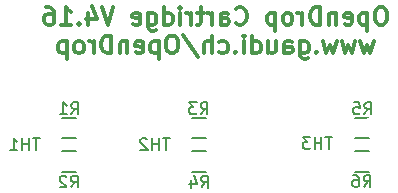
<source format=gbr>
*
%FSLAX26Y26*%
%MOIN*%
%ADD10C,0.011811*%
%ADD11C,0.005906*%
%ADD12C,0.005010*%
%ADD13R,0.028748X0.028748*%
%ADD14C,0.049550*%
%ADD15C,0.049500*%
%ADD16C,0.049525*%
%ADD17R,0.033158X0.033158*%
%ADD18C,0.005039*%
%ADD19R,0.005039X0.005039*%
%ADD20R,0.022449X0.022449*%
%ADD21C,0.002362*%
%ADD22R,0.002362X0.002362*%
%ADD23R,0.041346X0.041346*%
%ADD24C,0.003150*%
%ADD25R,0.003150X0.003150*%
%ADD26C,0.041925*%
%ADD27C,0.017906*%
%ADD28C,0.016000*%
%ADD29R,0.025748X0.025748*%
%ADD30C,0.088835*%
%ADD31C,0.001000*%
%ADD32C,0.002000*%
%IPPOS*%
%LNgbo.gbr*%
%LPD*%
G75*
G54D10*
X2171102Y1995779D02*
X2159853D01*
X2154229Y1992967D01*
X2148605Y1987343D01*
X2145793Y1976094D01*
Y1956409D01*
X2148605Y1945160D01*
X2154229Y1939536D01*
X2159853Y1936724D01*
X2171102D01*
X2176726Y1939536D01*
X2182350Y1945160D01*
X2185163Y1956409D01*
Y1976094D01*
X2182350Y1987343D01*
X2176726Y1992967D01*
X2171102Y1995779D01*
X2120483Y1976094D02*
Y1917039D01*
Y1973282D02*
X2114859Y1976094D01*
X2103610D01*
X2097986Y1973282D01*
X2095174Y1970470D01*
X2092362Y1964845D01*
Y1947973D01*
X2095174Y1942348D01*
X2097986Y1939536D01*
X2103610Y1936724D01*
X2114859D01*
X2120483Y1939536D01*
X2044555D02*
X2050179Y1936724D01*
X2061428D01*
X2067052Y1939536D01*
X2069864Y1945160D01*
Y1967658D01*
X2067052Y1973282D01*
X2061428Y1976094D01*
X2050179D01*
X2044555Y1973282D01*
X2041743Y1967658D01*
Y1962033D01*
X2069864Y1956409D01*
X2016434Y1976094D02*
Y1936724D01*
Y1970470D02*
X2013622Y1973282D01*
X2007997Y1976094D01*
X1999561D01*
X1993937Y1973282D01*
X1991124Y1967658D01*
Y1936724D01*
X1963003D02*
Y1995779D01*
X1948942D01*
X1940506Y1992967D01*
X1934881Y1987343D01*
X1932069Y1981718D01*
X1929257Y1970470D01*
Y1962033D01*
X1932069Y1950785D01*
X1934881Y1945160D01*
X1940506Y1939536D01*
X1948942Y1936724D01*
X1963003D01*
X1903948D02*
Y1976094D01*
Y1964845D02*
X1901136Y1970470D01*
X1898323Y1973282D01*
X1892699Y1976094D01*
X1887075D01*
X1858953Y1936724D02*
X1864578Y1939536D01*
X1867390Y1942348D01*
X1870202Y1947973D01*
Y1964845D01*
X1867390Y1970470D01*
X1864578Y1973282D01*
X1858953Y1976094D01*
X1850517D01*
X1844893Y1973282D01*
X1842081Y1970470D01*
X1839268Y1964845D01*
Y1947973D01*
X1842081Y1942348D01*
X1844893Y1939536D01*
X1850517Y1936724D01*
X1858953D01*
X1813959Y1976094D02*
Y1917039D01*
Y1973282D02*
X1808335Y1976094D01*
X1797086D01*
X1791462Y1973282D01*
X1788650Y1970470D01*
X1785838Y1964845D01*
Y1947973D01*
X1788650Y1942348D01*
X1791462Y1939536D01*
X1797086Y1936724D01*
X1808335D01*
X1813959Y1939536D01*
X1681788Y1942348D02*
X1684600Y1939536D01*
X1693037Y1936724D01*
X1698661D01*
X1707097Y1939536D01*
X1712722Y1945160D01*
X1715534Y1950785D01*
X1718346Y1962033D01*
Y1970470D01*
X1715534Y1981718D01*
X1712722Y1987343D01*
X1707097Y1992967D01*
X1698661Y1995779D01*
X1693037D01*
X1684600Y1992967D01*
X1681788Y1990155D01*
X1631169Y1936724D02*
Y1967658D01*
X1633981Y1973282D01*
X1639606Y1976094D01*
X1650854D01*
X1656479Y1973282D01*
X1631169Y1939536D02*
X1636794Y1936724D01*
X1650854D01*
X1656479Y1939536D01*
X1659291Y1945160D01*
Y1950785D01*
X1656479Y1956409D01*
X1650854Y1959221D01*
X1636794D01*
X1631169Y1962033D01*
X1603048Y1936724D02*
Y1976094D01*
Y1964845D02*
X1600236Y1970470D01*
X1597424Y1973282D01*
X1591799Y1976094D01*
X1586175D01*
X1574926D02*
X1552429D01*
X1566490Y1995779D02*
Y1945160D01*
X1563678Y1939536D01*
X1558053Y1936724D01*
X1552429D01*
X1532744D02*
Y1976094D01*
Y1964845D02*
X1529932Y1970470D01*
X1527120Y1973282D01*
X1521496Y1976094D01*
X1515871D01*
X1496186Y1936724D02*
Y1976094D01*
Y1995779D02*
X1498998Y1992967D01*
X1496186Y1990155D01*
X1493374Y1992967D01*
X1496186Y1995779D01*
Y1990155D01*
X1442755Y1936724D02*
Y1995779D01*
Y1939536D02*
X1448380Y1936724D01*
X1459628D01*
X1465253Y1939536D01*
X1468065Y1942348D01*
X1470877Y1947973D01*
Y1964845D01*
X1468065Y1970470D01*
X1465253Y1973282D01*
X1459628Y1976094D01*
X1448380D01*
X1442755Y1973282D01*
X1389325Y1976094D02*
Y1928288D01*
X1392137Y1922663D01*
X1394949Y1919851D01*
X1400573Y1917039D01*
X1409010D01*
X1414634Y1919851D01*
X1389325Y1939536D02*
X1394949Y1936724D01*
X1406197D01*
X1411822Y1939536D01*
X1414634Y1942348D01*
X1417446Y1947973D01*
Y1964845D01*
X1414634Y1970470D01*
X1411822Y1973282D01*
X1406197Y1976094D01*
X1394949D01*
X1389325Y1973282D01*
X1338706Y1939536D02*
X1344330Y1936724D01*
X1355579D01*
X1361203Y1939536D01*
X1364015Y1945160D01*
Y1967658D01*
X1361203Y1973282D01*
X1355579Y1976094D01*
X1344330D01*
X1338706Y1973282D01*
X1335894Y1967658D01*
Y1962033D01*
X1364015Y1956409D01*
X1274026Y1995779D02*
X1254341Y1936724D01*
X1234656Y1995779D01*
X1189662Y1976094D02*
Y1936724D01*
X1203723Y1998591D02*
X1217783Y1956409D01*
X1181226D01*
X1158728Y1942348D02*
X1155916Y1939536D01*
X1158728Y1936724D01*
X1161541Y1939536D01*
X1158728Y1942348D01*
Y1936724D01*
X1099673D02*
X1133419D01*
X1116546D02*
Y1995779D01*
X1122170Y1987343D01*
X1127795Y1981718D01*
X1133419Y1978906D01*
X2141574Y1881015D02*
X2130326Y1841645D01*
X2119077Y1869767D01*
X2107829Y1841645D01*
X2096580Y1881015D01*
X2079707D02*
X2068458Y1841645D01*
X2057210Y1869767D01*
X2045961Y1841645D01*
X2034713Y1881015D01*
X2017840D02*
X2006591Y1841645D01*
X1995343Y1869767D01*
X1984094Y1841645D01*
X1972845Y1881015D01*
X1950348Y1847269D02*
X1947536Y1844457D01*
X1950348Y1841645D01*
X1953160Y1844457D01*
X1950348Y1847269D01*
Y1841645D01*
X1896917Y1881015D02*
Y1833209D01*
X1899730Y1827584D01*
X1902542Y1824772D01*
X1908166Y1821960D01*
X1916602D01*
X1922227Y1824772D01*
X1896917Y1844457D02*
X1902542Y1841645D01*
X1913790D01*
X1919415Y1844457D01*
X1922227Y1847269D01*
X1925039Y1852894D01*
Y1869767D01*
X1922227Y1875391D01*
X1919415Y1878203D01*
X1913790Y1881015D01*
X1902542D01*
X1896917Y1878203D01*
X1843487Y1841645D02*
Y1872579D01*
X1846299Y1878203D01*
X1851923Y1881015D01*
X1863172D01*
X1868796Y1878203D01*
X1843487Y1844457D02*
X1849111Y1841645D01*
X1863172D01*
X1868796Y1844457D01*
X1871608Y1850082D01*
Y1855706D01*
X1868796Y1861330D01*
X1863172Y1864142D01*
X1849111D01*
X1843487Y1866955D01*
X1790056Y1881015D02*
Y1841645D01*
X1815365Y1881015D02*
Y1850082D01*
X1812553Y1844457D01*
X1806929Y1841645D01*
X1798492D01*
X1792868Y1844457D01*
X1790056Y1847269D01*
X1736625Y1841645D02*
Y1900700D01*
Y1844457D02*
X1742249Y1841645D01*
X1753498D01*
X1759122Y1844457D01*
X1761934Y1847269D01*
X1764746Y1852894D01*
Y1869767D01*
X1761934Y1875391D01*
X1759122Y1878203D01*
X1753498Y1881015D01*
X1742249D01*
X1736625Y1878203D01*
X1708503Y1841645D02*
Y1881015D01*
Y1900700D02*
X1711316Y1897888D01*
X1708503Y1895076D01*
X1705691Y1897888D01*
X1708503Y1900700D01*
Y1895076D01*
X1680382Y1847269D02*
X1677570Y1844457D01*
X1680382Y1841645D01*
X1683194Y1844457D01*
X1680382Y1847269D01*
Y1841645D01*
X1626951Y1844457D02*
X1632575Y1841645D01*
X1643824D01*
X1649448Y1844457D01*
X1652260Y1847269D01*
X1655073Y1852894D01*
Y1869767D01*
X1652260Y1875391D01*
X1649448Y1878203D01*
X1643824Y1881015D01*
X1632575D01*
X1626951Y1878203D01*
X1601642Y1841645D02*
Y1900700D01*
X1576332Y1841645D02*
Y1872579D01*
X1579145Y1878203D01*
X1584769Y1881015D01*
X1593205D01*
X1598830Y1878203D01*
X1601642Y1875391D01*
X1506029Y1903513D02*
X1556647Y1827584D01*
X1475095Y1900700D02*
X1463846D01*
X1458222Y1897888D01*
X1452598Y1892264D01*
X1449786Y1881015D01*
Y1861330D01*
X1452598Y1850082D01*
X1458222Y1844457D01*
X1463846Y1841645D01*
X1475095D01*
X1480719Y1844457D01*
X1486344Y1850082D01*
X1489156Y1861330D01*
Y1881015D01*
X1486344Y1892264D01*
X1480719Y1897888D01*
X1475095Y1900700D01*
X1424476Y1881015D02*
Y1821960D01*
Y1878203D02*
X1418852Y1881015D01*
X1407604D01*
X1401979Y1878203D01*
X1399167Y1875391D01*
X1396355Y1869767D01*
Y1852894D01*
X1399167Y1847269D01*
X1401979Y1844457D01*
X1407604Y1841645D01*
X1418852D01*
X1424476Y1844457D01*
X1348548D02*
X1354173Y1841645D01*
X1365421D01*
X1371046Y1844457D01*
X1373858Y1850082D01*
Y1872579D01*
X1371046Y1878203D01*
X1365421Y1881015D01*
X1354173D01*
X1348548Y1878203D01*
X1345736Y1872579D01*
Y1866955D01*
X1373858Y1861330D01*
X1320427Y1881015D02*
Y1841645D01*
Y1875391D02*
X1317615Y1878203D01*
X1311990Y1881015D01*
X1303554D01*
X1297930Y1878203D01*
X1295118Y1872579D01*
Y1841645D01*
X1266996D02*
Y1900700D01*
X1252935D01*
X1244499Y1897888D01*
X1238875Y1892264D01*
X1236063Y1886640D01*
X1233250Y1875391D01*
Y1866955D01*
X1236063Y1855706D01*
X1238875Y1850082D01*
X1244499Y1844457D01*
X1252935Y1841645D01*
X1266996D01*
X1207941D02*
Y1881015D01*
Y1869767D02*
X1205129Y1875391D01*
X1202317Y1878203D01*
X1196692Y1881015D01*
X1191068D01*
X1162947Y1841645D02*
X1168571Y1844457D01*
X1171383Y1847269D01*
X1174195Y1852894D01*
Y1869767D01*
X1171383Y1875391D01*
X1168571Y1878203D01*
X1162947Y1881015D01*
X1154510D01*
X1148886Y1878203D01*
X1146074Y1875391D01*
X1143262Y1869767D01*
Y1852894D01*
X1146074Y1847269D01*
X1148886Y1844457D01*
X1154510Y1841645D01*
X1162947D01*
X1117952Y1881015D02*
Y1821960D01*
Y1878203D02*
X1112328Y1881015D01*
X1101079D01*
X1095455Y1878203D01*
X1092643Y1875391D01*
X1089831Y1869767D01*
Y1852894D01*
X1092643Y1847269D01*
X1095455Y1844457D01*
X1101079Y1841645D01*
X1112328D01*
X1117952Y1844457D01*
G54D11*
X1027907Y1557932D02*
X1005410D01*
X1016659Y1518562D02*
Y1557932D01*
X992287Y1518562D02*
Y1557932D01*
Y1539185D02*
X969789D01*
Y1518562D02*
Y1557932D01*
X930419Y1518562D02*
X952917D01*
X941668D02*
Y1557932D01*
X945418Y1552308D01*
X949167Y1548558D01*
X952917Y1546684D01*
X1133653Y1638247D02*
X1146777Y1656995D01*
X1156151Y1638247D02*
Y1677617D01*
X1141152D01*
X1137403Y1675743D01*
X1135528Y1673868D01*
X1133653Y1670118D01*
Y1664494D01*
X1135528Y1660744D01*
X1137403Y1658870D01*
X1141152Y1656995D01*
X1156151D01*
X1096158Y1638247D02*
X1118655D01*
X1107407D02*
Y1677617D01*
X1111156Y1671993D01*
X1114906Y1668244D01*
X1118655Y1666369D01*
X1132275Y1394546D02*
X1145399Y1413294D01*
X1154773Y1394546D02*
Y1433917D01*
X1139775D01*
X1136025Y1432042D01*
X1134150Y1430167D01*
X1132275Y1426417D01*
Y1420793D01*
X1134150Y1417044D01*
X1136025Y1415169D01*
X1139775Y1413294D01*
X1154773D01*
X1117277Y1430167D02*
X1115403Y1432042D01*
X1111653Y1433917D01*
X1102279D01*
X1098530Y1432042D01*
X1096655Y1430167D01*
X1094780Y1426417D01*
Y1422668D01*
X1096655Y1417044D01*
X1119152Y1394546D01*
X1094780D01*
X1564559Y1638641D02*
X1577682Y1657389D01*
X1587056Y1638641D02*
Y1678011D01*
X1572058D01*
X1568308Y1676136D01*
X1566434Y1674261D01*
X1564559Y1670512D01*
Y1664888D01*
X1566434Y1661138D01*
X1568308Y1659263D01*
X1572058Y1657389D01*
X1587056D01*
X1551436Y1678011D02*
X1527064D01*
X1540187Y1663013D01*
X1534563D01*
X1530813Y1661138D01*
X1528938Y1659263D01*
X1527064Y1655514D01*
Y1646140D01*
X1528938Y1642390D01*
X1530813Y1640516D01*
X1534563Y1638641D01*
X1545811D01*
X1549561Y1640516D01*
X1551436Y1642390D01*
X1566134Y1394153D02*
X1579257Y1412900D01*
X1588631Y1394153D02*
Y1433523D01*
X1573633D01*
X1569883Y1431648D01*
X1568008Y1429773D01*
X1566134Y1426024D01*
Y1420399D01*
X1568008Y1416650D01*
X1569883Y1414775D01*
X1573633Y1412900D01*
X1588631D01*
X1532388Y1420399D02*
Y1394153D01*
X1541762Y1435398D02*
X1551136Y1407276D01*
X1526764D01*
X2110622Y1638247D02*
X2123745Y1656995D01*
X2133119Y1638247D02*
Y1677617D01*
X2118121D01*
X2114371Y1675743D01*
X2112497Y1673868D01*
X2110622Y1670118D01*
Y1664494D01*
X2112497Y1660744D01*
X2114371Y1658870D01*
X2118121Y1656995D01*
X2133119D01*
X2075001Y1677617D02*
X2093749D01*
X2095624Y1658870D01*
X2093749Y1660744D01*
X2090000Y1662619D01*
X2080626D01*
X2076876Y1660744D01*
X2075001Y1658870D01*
X2073127Y1655120D01*
Y1645746D01*
X2075001Y1641997D01*
X2076876Y1640122D01*
X2080626Y1638247D01*
X2090000D01*
X2093749Y1640122D01*
X2095624Y1641997D01*
X2107866Y1395728D02*
X2120989Y1414475D01*
X2130363Y1395728D02*
Y1435098D01*
X2115365D01*
X2111616Y1433223D01*
X2109741Y1431348D01*
X2107866Y1427599D01*
Y1421974D01*
X2109741Y1418225D01*
X2111616Y1416350D01*
X2115365Y1414475D01*
X2130363D01*
X2074120Y1435098D02*
X2081619D01*
X2085369Y1433223D01*
X2087244Y1431348D01*
X2090993Y1425724D01*
X2092868Y1418225D01*
Y1403227D01*
X2090993Y1399477D01*
X2089118Y1397602D01*
X2085369Y1395728D01*
X2077870D01*
X2074120Y1397602D01*
X2072245Y1399477D01*
X2070371Y1403227D01*
Y1412600D01*
X2072245Y1416350D01*
X2074120Y1418225D01*
X2077870Y1420100D01*
X2085369D01*
X2089118Y1418225D01*
X2090993Y1416350D01*
X2092868Y1412600D01*
X2003104Y1562263D02*
X1980607D01*
X1991856Y1522893D02*
Y1562263D01*
X1967484Y1522893D02*
Y1562263D01*
Y1543515D02*
X1944986D01*
Y1522893D02*
Y1562263D01*
X1929988D02*
X1905616D01*
X1918740Y1547265D01*
X1913115D01*
X1909366Y1545390D01*
X1907491Y1543515D01*
X1905616Y1539766D01*
Y1530392D01*
X1907491Y1526642D01*
X1909366Y1524768D01*
X1913115Y1522893D01*
X1924364D01*
X1928113Y1524768D01*
X1929988Y1526642D01*
X1460978Y1558720D02*
X1438481D01*
X1449730Y1519350D02*
Y1558720D01*
X1425358Y1519350D02*
Y1558720D01*
Y1539972D02*
X1402860D01*
Y1519350D02*
Y1558720D01*
X1385988Y1554970D02*
X1384113Y1556845D01*
X1380363Y1558720D01*
X1370989D01*
X1367240Y1556845D01*
X1365365Y1554970D01*
X1363490Y1551221D01*
Y1547471D01*
X1365365Y1541847D01*
X1387862Y1519350D01*
X1363490D01*
G54D12*
X1103388Y1558786D02*
X1150795D01*
X1103388Y1626924D02*
X1150795D01*
X1103388Y1515197D02*
X1150795D01*
X1103388Y1447002D02*
X1150795D01*
X1583866Y1558786D02*
X1536459D01*
X1583866Y1626924D02*
X1536459D01*
X1583866Y1447002D02*
X1536459D01*
X1583866Y1515197D02*
X1536459D01*
X2125205Y1626924D02*
X2077798D01*
X2125205Y1558786D02*
X2077798D01*
X2125205Y1515197D02*
X2077798D01*
X2125205Y1447002D02*
X2077798D01*
%LPC*%
G75*
X2077798Y1447002D02*
G36*
X-489Y714675D02*
X14602Y716211D01*
X28148Y720423D01*
X40433Y727097D01*
X51164Y735955D01*
X59996Y746664D01*
X66671Y758967D01*
X70886Y772549D01*
X72358Y787136D01*
X70889Y801742D01*
X66677Y815325D01*
X60005Y827628D01*
X51157Y838356D01*
X40454Y847195D01*
X28175Y853868D01*
X14580Y858101D01*
X-1406Y859774D01*
X-2411Y860108D01*
X-3350Y860620D01*
X-4182Y861290D01*
X-4898Y862116D01*
X-5443Y863042D01*
X-5813Y864045D01*
X-6000Y865108D01*
X-6002Y2108652D01*
G02X38465Y2152628I45284J-1320D01*
G01X3189763D01*
G02X3234189Y2108120I-800J-45225D01*
G01X3222243D01*
G03X3189964Y2140620I-33137J-632D01*
G01X38330D01*
G03X5979Y2107254I1001J-33337D01*
G01Y871034D01*
X17204Y869853D01*
X33060Y864872D01*
X47358Y857057D01*
X59813Y846723D01*
X70102Y834183D01*
X77849Y819813D01*
X82620Y804400D01*
X84389Y787156D01*
X82640Y769931D01*
X77645Y754045D01*
X69868Y739774D01*
X59526Y727294D01*
X47017Y717018D01*
X33047Y709439D01*
X16737Y704360D01*
X6059Y703278D01*
X5979Y703258D01*
Y438691D01*
X-6021D01*
X-6012Y709026D01*
X-5856Y710089D01*
G02X-489Y714675I5836J-1397D01*
G37*
G36*
X-6021Y432671D02*
G01Y438681D01*
X5979D01*
X39503Y438682D01*
G02X64580Y355974I-190J-45213D01*
G02X39374Y348087I-26148J39344D01*
G01X6000Y348086D01*
Y6000D01*
X95533D01*
Y114128D01*
G02X102485Y121081I6953J0D01*
G01X1704708D01*
Y131948D01*
X1716708D01*
Y121081D01*
X1739781D01*
Y126515D01*
X1751781D01*
Y121081D01*
X3126107D01*
G02X3133060Y114128I0J-6953D01*
G01Y5993D01*
X3221829D01*
Y348078D01*
X3188907D01*
G02X3187141Y348344I1J6000D01*
G02X3189123Y438674I1695J45150D01*
G01X3221967D01*
Y703306D01*
X3211643Y704387D01*
G02X3210435Y704641I624J5968D01*
G01X3195054Y709509D01*
X3180783Y717348D01*
X3168360Y727691D01*
X3158129Y740192D01*
X3150736Y753847D01*
G02X3150287Y754923I5287J2838D01*
G01X3145732Y769621D01*
G02X3145504Y770747I5739J1748D01*
G01X3143909Y786563D01*
G02X3143911Y787730I5972J573D01*
G01X3145624Y804311D01*
X3150565Y820126D01*
X3158355Y834434D01*
X3168663Y846901D01*
X3181144Y857185D01*
X3195455Y864951D01*
X3210506Y869669D01*
G02X3211702Y869914I1796J-5725D01*
G01X3222187Y871006D01*
X3222243Y2108118D01*
X3234189D01*
G02X3234195Y2107402I-45227J-737D01*
G02X3234187Y2106591I-45233J39D01*
G01Y865586D01*
G02X3228427Y859591I-6000J0D01*
G01X3213521Y858039D01*
X3199977Y853793D01*
X3187721Y847103D01*
X3177040Y838257D01*
X3168229Y827546D01*
X3161581Y815267D01*
X3157381Y801709D01*
X3155912Y787136D01*
X3157381Y772572D01*
X3161580Y759021D01*
X3168226Y746748D01*
X3177031Y736042D01*
X3187705Y727197D01*
X3199953Y720508D01*
X3213489Y716259D01*
X3228675Y714669D01*
G02X3233967Y707865I-649J-5965D01*
G01Y432663D01*
G02X3227613Y426674I-6000J0D01*
G01X3188898D01*
G03X3156353Y386739I-73J-33169D01*
G03X3189507Y360206I32573J6722D01*
G02X3190273Y360078I-604J-5969D01*
G01X3227888D01*
G02X3233829Y353239I0J-6000D01*
G01Y-7D01*
G02X3227785Y-6006I-6000J0D01*
G01X1745781Y-6007D01*
G02X1739781Y-7I0J6000D01*
G01Y107176D01*
X1716708D01*
Y0D01*
G02X1710708Y-6000I-6000J0D01*
G01X0D01*
G02X-6000Y0I0J6000D01*
G01Y354086D01*
G02X0Y360086I6000J0D01*
G01X38926D01*
X46126Y360954D01*
G03X39283Y426681I-6865J32505D01*
G01X333D01*
G02X-6021Y432671I-354J5990D01*
G37*
G36*
X1704708Y131948D02*
G02X1751781Y131948I23537J0D01*
G01Y126515D01*
X1739781D01*
Y131948D01*
G03X1716708Y131948I-11537J0D01*
G01X1704708D01*
G37*
G36*
X-5021Y439681D02*
X4979D01*
G02X4979Y437681I0J-1000D01*
G01X-5021D01*
G02X-5021Y439681I0J1000D01*
G37*
G36*
X3223243Y2109118D02*
G01X3233189D01*
G02X3233189Y2107118I0J-1000D01*
G01X3223243D01*
G02X3223243Y2109118I0J1000D01*
G37*
G36*
X1740781Y127515D02*
G01X1750781D01*
G02X1750781Y125515I0J-1000D01*
G01X1740781D01*
G02X1740781Y127515I0J1000D01*
G37*
G36*
X1705708Y132948D02*
G01X1715708D01*
G02X1715708Y130948I0J-1000D01*
G01X1705708D01*
G02X1705708Y132948I0J1000D01*
G37*
G36*
X33471Y236150D02*
G02X33471Y236150I45417J0D01*
G37*
G36*
X510589Y1049750D02*
G02X510589Y1049750I21000J0D01*
G37*
G36*
Y1591050D02*
G02X510589Y1591050I21000J0D01*
G37*
G36*
X672989Y1049750D02*
G02X672989Y1049750I21000J0D01*
G37*
G36*
Y1591050D02*
G02X672989Y1591050I21000J0D01*
G37*
G36*
X727189Y941450D02*
G02X727189Y941450I21000J0D01*
G37*
G36*
Y1158050D02*
G02X727189Y1158050I21000J0D01*
G37*
G36*
Y1482850D02*
G02X727189Y1482850I21000J0D01*
G37*
G36*
Y1699350D02*
G02X727189Y1699350I21000J0D01*
G37*
G36*
X781289Y1049750D02*
G02X781289Y1049750I21000J0D01*
G37*
G36*
Y1591050D02*
G02X781289Y1591050I21000J0D01*
G37*
G36*
X889589Y941450D02*
G02X889589Y941450I21000J0D01*
G37*
G36*
Y1049750D02*
G02X889589Y1049750I21000J0D01*
G37*
G36*
Y1158050D02*
G02X889589Y1158050I21000J0D01*
G37*
G36*
Y1266250D02*
G02X889589Y1266250I21000J0D01*
G37*
G36*
Y1374550D02*
G02X889589Y1374550I21000J0D01*
G37*
G36*
Y1482850D02*
G02X889589Y1482850I21000J0D01*
G37*
G36*
Y1591050D02*
G02X889589Y1591050I21000J0D01*
G37*
G36*
Y1699350D02*
G02X889589Y1699350I21000J0D01*
G37*
G36*
X997789Y941450D02*
G02X997789Y941450I21000J0D01*
G37*
G36*
Y1049750D02*
G02X997789Y1049750I21000J0D01*
G37*
G36*
Y1158050D02*
G02X997789Y1158050I21000J0D01*
G37*
G36*
Y1266250D02*
G02X997789Y1266250I21000J0D01*
G37*
G36*
Y1374550D02*
G02X997789Y1374550I21000J0D01*
G37*
G36*
Y1482850D02*
G02X997789Y1482850I21000J0D01*
G37*
G36*
Y1591050D02*
G02X997789Y1591050I21000J0D01*
G37*
G36*
Y1699350D02*
G02X997789Y1699350I21000J0D01*
G37*
G36*
X1045789Y1447455D02*
G01Y1518203D01*
G02X1051363Y1523778I5575J0D01*
G01X1084710D01*
G02X1090285Y1518203I0J-5575D01*
G01Y1447455D01*
G02X1084710Y1441880I-5575J0D01*
G01X1051363D01*
G02X1045789Y1447455I0J5575D01*
G37*
G36*
Y1555723D02*
G01Y1626471D01*
G02X1051363Y1632046I5575J0D01*
G01X1084710D01*
G02X1090285Y1626471I0J-5575D01*
G01Y1555723D01*
G02X1084710Y1550148I-5575J0D01*
G01X1051363D01*
G02X1045789Y1555723I0J5575D01*
G37*
G36*
X1051694Y1523046D02*
G01Y1550880D01*
G02X1056875Y1556061I5181J0D01*
G01X1071324D01*
G02X1076505Y1550880I0J-5181D01*
G01Y1523046D01*
G02X1071324Y1517865I-5181J0D01*
G01X1056875D01*
G02X1051694Y1523046I0J5181D01*
G37*
G36*
X1085159Y1524384D02*
G01Y1549542D01*
G02X1091678Y1556061I6520J-0D01*
G01X1119198D01*
G02X1125718Y1549542I0J-6520D01*
G01Y1524384D01*
G02X1119198Y1517865I-6519J0D01*
G01X1091678D01*
G02X1085159Y1524384I0J6519D01*
G37*
G36*
X1102217Y1591097D02*
G02X1102217Y1591097I24875J0D01*
G37*
G36*
X1102342Y1482829D02*
G02X1102342Y1482829I24750J0D01*
G37*
G36*
X1106089Y941450D02*
G02X1106089Y941450I21000J0D01*
G37*
G36*
Y1049750D02*
G02X1106089Y1049750I21000J0D01*
G37*
G36*
Y1158050D02*
G02X1106089Y1158050I21000J0D01*
G37*
G36*
Y1266250D02*
G02X1106089Y1266250I21000J0D01*
G37*
G36*
Y1374550D02*
G02X1106089Y1374550I21000J0D01*
G37*
G36*
Y1699350D02*
G02X1106089Y1699350I21000J0D01*
G37*
G36*
X1163899Y1447455D02*
G01Y1518203D01*
G02X1169474Y1523778I5575J0D01*
G01X1202820D01*
G02X1208395Y1518203I0J-5575D01*
G01Y1447455D01*
G02X1202820Y1441880I-5575J0D01*
G01X1169474D01*
G02X1163899Y1447455I0J5575D01*
G37*
G36*
Y1555723D02*
G01Y1626471D01*
G02X1169474Y1632046I5575J0D01*
G01X1202820D01*
G02X1208395Y1626471I0J-5575D01*
G01Y1555723D01*
G02X1202820Y1550148I-5575J0D01*
G01X1169474D01*
G02X1163899Y1555723I0J5575D01*
G37*
G36*
X1214389Y941450D02*
G02X1214389Y941450I21000J0D01*
G37*
G36*
Y1049750D02*
G02X1214389Y1049750I21000J0D01*
G37*
G36*
Y1158050D02*
G02X1214389Y1158050I21000J0D01*
G37*
G36*
Y1266250D02*
G02X1214389Y1266250I21000J0D01*
G37*
G36*
Y1374550D02*
G02X1214389Y1374550I21000J0D01*
G37*
G36*
Y1482850D02*
G02X1214389Y1482850I21000J0D01*
G37*
G36*
Y1591050D02*
G02X1214389Y1591050I21000J0D01*
G37*
G36*
Y1699350D02*
G02X1214389Y1699350I21000J0D01*
G37*
G36*
X1322589Y941450D02*
G02X1322589Y941450I21000J0D01*
G37*
G36*
Y1049750D02*
G02X1322589Y1049750I21000J0D01*
G37*
G36*
Y1158050D02*
G02X1322589Y1158050I21000J0D01*
G37*
G36*
Y1266250D02*
G02X1322589Y1266250I21000J0D01*
G37*
G36*
Y1374550D02*
G02X1322589Y1374550I21000J0D01*
G37*
G36*
Y1482850D02*
G02X1322589Y1482850I21000J0D01*
G37*
G36*
Y1591050D02*
G02X1322589Y1591050I21000J0D01*
G37*
G36*
Y1699350D02*
G02X1322589Y1699350I21000J0D01*
G37*
G36*
X1430889Y941450D02*
G02X1430889Y941450I21000J0D01*
G37*
G36*
Y1049750D02*
G02X1430889Y1049750I21000J0D01*
G37*
G36*
Y1158050D02*
G02X1430889Y1158050I21000J0D01*
G37*
G36*
Y1266250D02*
G02X1430889Y1266250I21000J0D01*
G37*
G36*
Y1374550D02*
G02X1430889Y1374550I21000J0D01*
G37*
G36*
Y1482850D02*
G02X1430889Y1482850I21000J0D01*
G37*
G36*
Y1591050D02*
G02X1430889Y1591050I21000J0D01*
G37*
G36*
Y1699350D02*
G02X1430889Y1699350I21000J0D01*
G37*
G36*
X1478859Y1447455D02*
G01Y1518203D01*
G02X1484434Y1523778I5575J0D01*
G01X1517781D01*
G02X1523356Y1518203I0J-5575D01*
G01Y1447455D01*
G02X1517781Y1441880I-5575J0D01*
G01X1484434D01*
G02X1478859Y1447455I0J5575D01*
G37*
G36*
Y1555723D02*
G01Y1626471D01*
G02X1484434Y1632046I5575J0D01*
G01X1517781D01*
G02X1523356Y1626471I0J-5575D01*
G01Y1555723D01*
G02X1517781Y1550148I-5575J0D01*
G01X1484434D01*
G02X1478859Y1555723I0J5575D01*
G37*
G36*
X1484765Y1523046D02*
G01Y1550880D01*
G02X1489946Y1556061I5181J0D01*
G01X1504395D01*
G02X1509576Y1550880I0J-5181D01*
G01Y1523046D01*
G02X1504395Y1517865I-5181J0D01*
G01X1489946D01*
G02X1484765Y1523046I0J5181D01*
G37*
G36*
X1518230Y1524384D02*
G01Y1549542D01*
G02X1524749Y1556061I6519J0D01*
G01X1552269D01*
G02X1558789Y1549542I0J-6520D01*
G01Y1524384D01*
G02X1552269Y1517865I-6519J0D01*
G01X1524749D01*
G02X1518230Y1524384I0J6519D01*
G37*
G36*
X1535288Y1482829D02*
G02X1535288Y1482829I24875J0D01*
G37*
G36*
Y1591097D02*
G02X1535288Y1591097I24875J0D01*
G37*
G36*
X1539189Y941450D02*
G02X1539189Y941450I21000J0D01*
G37*
G36*
Y1049750D02*
G02X1539189Y1049750I21000J0D01*
G37*
G36*
Y1158050D02*
G02X1539189Y1158050I21000J0D01*
G37*
G36*
Y1266250D02*
G02X1539189Y1266250I21000J0D01*
G37*
G36*
Y1374550D02*
G02X1539189Y1374550I21000J0D01*
G37*
G36*
Y1699350D02*
G02X1539189Y1699350I21000J0D01*
G37*
G36*
X1596970Y1447455D02*
G01Y1518203D01*
G02X1602544Y1523778I5575J0D01*
G01X1635891D01*
G02X1641466Y1518203I0J-5575D01*
G01Y1447455D01*
G02X1635891Y1441880I-5575J0D01*
G01X1602544D01*
G02X1596970Y1447455I0J5575D01*
G37*
G36*
Y1555723D02*
G01Y1626471D01*
G02X1602544Y1632046I5575J0D01*
G01X1635891D01*
G02X1641466Y1626471I0J-5575D01*
G01Y1555723D01*
G02X1635891Y1550148I-5575J0D01*
G01X1602544D01*
G02X1596970Y1555723I0J5575D01*
G37*
G36*
X1647389Y941450D02*
G02X1647389Y941450I21000J0D01*
G37*
G36*
Y1049750D02*
G02X1647389Y1049750I21000J0D01*
G37*
G36*
Y1158050D02*
G02X1647389Y1158050I21000J0D01*
G37*
G36*
Y1266250D02*
G02X1647389Y1266250I21000J0D01*
G37*
G36*
Y1374550D02*
G02X1647389Y1374550I21000J0D01*
G37*
G36*
Y1482850D02*
G02X1647389Y1482850I21000J0D01*
G37*
G36*
Y1591050D02*
G02X1647389Y1591050I21000J0D01*
G37*
G36*
Y1699350D02*
G02X1647389Y1699350I21000J0D01*
G37*
G36*
X1755689Y941450D02*
G02X1755689Y941450I21000J0D01*
G37*
G36*
Y1049750D02*
G02X1755689Y1049750I21000J0D01*
G37*
G36*
Y1158050D02*
G02X1755689Y1158050I21000J0D01*
G37*
G36*
Y1266250D02*
G02X1755689Y1266250I21000J0D01*
G37*
G36*
Y1374550D02*
G02X1755689Y1374550I21000J0D01*
G37*
G36*
Y1482850D02*
G02X1755689Y1482850I21000J0D01*
G37*
G36*
Y1591050D02*
G02X1755689Y1591050I21000J0D01*
G37*
G36*
Y1699350D02*
G02X1755689Y1699350I21000J0D01*
G37*
G36*
X1863989Y941450D02*
G02X1863989Y941450I21000J0D01*
G37*
G36*
Y1049750D02*
G02X1863989Y1049750I21000J0D01*
G37*
G36*
Y1158050D02*
G02X1863989Y1158050I21000J0D01*
G37*
G36*
Y1266250D02*
G02X1863989Y1266250I21000J0D01*
G37*
G36*
Y1374550D02*
G02X1863989Y1374550I21000J0D01*
G37*
G36*
Y1482850D02*
G02X1863989Y1482850I21000J0D01*
G37*
G36*
Y1591050D02*
G02X1863989Y1591050I21000J0D01*
G37*
G36*
Y1699350D02*
G02X1863989Y1699350I21000J0D01*
G37*
G36*
X1972189Y941450D02*
G02X1972189Y941450I21000J0D01*
G37*
G36*
Y1049750D02*
G02X1972189Y1049750I21000J0D01*
G37*
G36*
Y1158050D02*
G02X1972189Y1158050I21000J0D01*
G37*
G36*
Y1266250D02*
G02X1972189Y1266250I21000J0D01*
G37*
G36*
Y1374550D02*
G02X1972189Y1374550I21000J0D01*
G37*
G36*
Y1482850D02*
G02X1972189Y1482850I21000J0D01*
G37*
G36*
Y1591050D02*
G02X1972189Y1591050I21000J0D01*
G37*
G36*
Y1699350D02*
G02X1972189Y1699350I21000J0D01*
G37*
G36*
X2020198Y1447455D02*
G01Y1518203D01*
G02X2025773Y1523778I5575J0D01*
G01X2059119D01*
G02X2064694Y1518203I0J-5575D01*
G01Y1447455D01*
G02X2059119Y1441880I-5575J0D01*
G01X2025773D01*
G02X2020198Y1447455I0J5575D01*
G37*
G36*
Y1555723D02*
G01Y1626471D01*
G02X2025773Y1632046I5575J0D01*
G01X2059119D01*
G02X2064694Y1626471I0J-5575D01*
G01Y1555723D01*
G02X2059119Y1550148I-5575J0D01*
G01X2025773D01*
G02X2020198Y1555723I0J5575D01*
G37*
G36*
X2026104Y1523046D02*
G01Y1550880D01*
G02X2031285Y1556061I5181J0D01*
G01X2045733D01*
G02X2050915Y1550880I0J-5181D01*
G01Y1523046D01*
G02X2045733Y1517865I-5181J0D01*
G01X2031285D01*
G02X2026104Y1523046I0J5181D01*
G37*
G36*
X2059568Y1524384D02*
G01Y1549542D01*
G02X2066088Y1556061I6519J0D01*
G01X2093607D01*
G02X2100127Y1549542I0J-6520D01*
G01Y1524384D01*
G02X2093607Y1517865I-6519J0D01*
G01X2066088D01*
G02X2059568Y1524384I0J6520D01*
G37*
G36*
X2076626Y1591097D02*
G02X2076626Y1591097I24875J0D01*
G37*
G36*
X2076751Y1482829D02*
G02X2076751Y1482829I24750J0D01*
G37*
G36*
X2080489Y941450D02*
G02X2080489Y941450I21000J0D01*
G37*
G36*
Y1049750D02*
G02X2080489Y1049750I21000J0D01*
G37*
G36*
Y1158050D02*
G02X2080489Y1158050I21000J0D01*
G37*
G36*
Y1266250D02*
G02X2080489Y1266250I21000J0D01*
G37*
G36*
Y1374550D02*
G02X2080489Y1374550I21000J0D01*
G37*
G36*
Y1699350D02*
G02X2080489Y1699350I21000J0D01*
G37*
G36*
X2138308Y1447455D02*
G01Y1518203D01*
G02X2143883Y1523778I5575J0D01*
G01X2177230D01*
G02X2182804Y1518203I-0J-5575D01*
G01Y1447455D01*
G02X2177230Y1441880I-5575J0D01*
G01X2143883D01*
G02X2138308Y1447455I0J5575D01*
G37*
G36*
Y1555723D02*
G01Y1626471D01*
G02X2143883Y1632046I5575J0D01*
G01X2177230D01*
G02X2182804Y1626471I-0J-5575D01*
G01Y1555723D01*
G02X2177230Y1550148I-5575J0D01*
G01X2143883D01*
G02X2138308Y1555723I0J5575D01*
G37*
G36*
X2188789Y941450D02*
G02X2188789Y941450I21000J0D01*
G37*
G36*
Y1049750D02*
G02X2188789Y1049750I21000J0D01*
G37*
G36*
Y1158050D02*
G02X2188789Y1158050I21000J0D01*
G37*
G36*
Y1266250D02*
G02X2188789Y1266250I21000J0D01*
G37*
G36*
Y1374550D02*
G02X2188789Y1374550I21000J0D01*
G37*
G36*
Y1482850D02*
G02X2188789Y1482850I21000J0D01*
G37*
G36*
Y1591050D02*
G02X2188789Y1591050I21000J0D01*
G37*
G36*
Y1699350D02*
G02X2188789Y1699350I21000J0D01*
G37*
G36*
X2296989Y941450D02*
G02X2296989Y941450I21000J0D01*
G37*
G36*
Y1049750D02*
G02X2296989Y1049750I21000J0D01*
G37*
G36*
Y1158050D02*
G02X2296989Y1158050I21000J0D01*
G37*
G36*
Y1266250D02*
G02X2296989Y1266250I21000J0D01*
G37*
G36*
Y1374550D02*
G02X2296989Y1374550I21000J0D01*
G37*
G36*
Y1482850D02*
G02X2296989Y1482850I21000J0D01*
G37*
G36*
Y1591050D02*
G02X2296989Y1591050I21000J0D01*
G37*
G36*
Y1699350D02*
G02X2296989Y1699350I21000J0D01*
G37*
G36*
X2405289Y1049750D02*
G02X2405289Y1049750I21000J0D01*
G37*
G36*
Y1591050D02*
G02X2405289Y1591050I21000J0D01*
G37*
G36*
X2459389Y941450D02*
G02X2459389Y941450I21000J0D01*
G37*
G36*
Y1158050D02*
G02X2459389Y1158050I21000J0D01*
G37*
G36*
Y1482850D02*
G02X2459389Y1482850I21000J0D01*
G37*
G36*
Y1699350D02*
G02X2459389Y1699350I21000J0D01*
G37*
G36*
X2513589Y1049750D02*
G02X2513589Y1049750I21000J0D01*
G37*
G36*
Y1591050D02*
G02X2513589Y1591050I21000J0D01*
G37*
G36*
X2675989Y1049750D02*
G02X2675989Y1049750I21000J0D01*
G37*
G36*
Y1591050D02*
G02X2675989Y1591050I21000J0D01*
G37*
G36*
X3104271Y236150D02*
G02X3104271Y236150I45417J0D01*
G37*
G54D13*
X3102485Y23578D02*
G01Y98381D01*
X3078863Y23578D02*
Y98381D01*
X3055241Y23578D02*
Y98381D01*
X3031619Y23578D02*
Y98381D01*
X3007997Y23578D02*
Y98381D01*
X2984375Y23578D02*
Y98381D01*
X2960753Y23578D02*
Y98381D01*
X2937131Y23578D02*
Y98381D01*
X2913509Y23578D02*
Y98381D01*
X2889887Y23578D02*
Y98381D01*
X2866265Y23578D02*
Y98381D01*
X2842643Y23578D02*
Y98381D01*
X2819021Y23578D02*
Y98381D01*
X2795399Y23578D02*
Y98381D01*
X2771777Y23578D02*
Y98381D01*
X2748155Y23578D02*
Y98381D01*
X2724533Y23578D02*
Y98381D01*
X2700911Y23578D02*
Y98381D01*
X2677289Y23578D02*
Y98381D01*
X2653667Y23578D02*
Y98381D01*
X2630044Y23578D02*
Y98381D01*
X2606422Y23578D02*
Y98381D01*
X2582800Y23578D02*
Y98381D01*
X2559178Y23578D02*
Y98381D01*
X2535556Y23578D02*
Y98381D01*
X2511934Y23578D02*
Y98381D01*
X2488312Y23578D02*
Y98381D01*
X2464690Y23578D02*
Y98381D01*
X2441068Y23578D02*
Y98381D01*
X2417446Y23578D02*
Y98381D01*
X2393824Y23578D02*
Y98381D01*
X2370202Y23578D02*
Y98381D01*
X2346580Y23578D02*
Y98381D01*
X2322958Y23578D02*
Y98381D01*
X2299336Y23578D02*
Y98381D01*
X2275714Y23578D02*
Y98381D01*
X2252092Y23578D02*
Y98381D01*
X2228470Y23578D02*
Y98381D01*
X2204848Y23578D02*
Y98381D01*
X2181226Y23578D02*
Y98381D01*
X2157604Y23578D02*
Y98381D01*
X2133981Y23578D02*
Y98381D01*
X2110359Y23578D02*
Y98381D01*
X2086737Y23578D02*
Y98381D01*
X2063115Y23578D02*
Y98381D01*
X2039493Y23578D02*
Y98381D01*
X2015871Y23578D02*
Y98381D01*
X1992249Y23578D02*
Y98381D01*
X1968627Y23578D02*
Y98381D01*
X1945005Y23578D02*
Y98381D01*
X1921383Y23578D02*
Y98381D01*
X1897761Y23578D02*
Y98381D01*
X1874139Y23578D02*
Y98381D01*
X1850517Y23578D02*
Y98381D01*
X1826895Y23578D02*
Y98381D01*
X1803273Y23578D02*
Y98381D01*
X1779651Y23578D02*
Y98381D01*
X1637919Y23578D02*
Y98381D01*
X1614296Y23578D02*
Y98381D01*
X1590674Y23578D02*
Y98381D01*
X1567052Y23578D02*
Y98381D01*
X1543430Y23578D02*
Y98381D01*
X1519808Y23578D02*
Y98381D01*
X1496186Y23578D02*
Y98381D01*
X1472564Y23578D02*
Y98381D01*
X1448942Y23578D02*
Y98381D01*
X1425320Y23578D02*
Y98381D01*
X1401698Y23578D02*
Y98381D01*
X1378076Y23578D02*
Y98381D01*
X1354454Y23578D02*
Y98381D01*
X1330832Y23578D02*
Y98381D01*
X1307210Y23578D02*
Y98381D01*
X1283588Y23578D02*
Y98381D01*
X1259966Y23578D02*
Y98381D01*
X1236344Y23578D02*
Y98381D01*
X1212722Y23578D02*
Y98381D01*
X1189100Y23578D02*
Y98381D01*
X1165478Y23578D02*
Y98381D01*
X1141856Y23578D02*
Y98381D01*
X1118233Y23578D02*
Y98381D01*
X1094611Y23578D02*
Y98381D01*
X1070989Y23578D02*
Y98381D01*
X1047367Y23578D02*
Y98381D01*
X1023745Y23578D02*
Y98381D01*
X1000123Y23578D02*
Y98381D01*
X976501Y23578D02*
Y98381D01*
X952879Y23578D02*
Y98381D01*
X929257Y23578D02*
Y98381D01*
X905635Y23578D02*
Y98381D01*
X882013Y23578D02*
Y98381D01*
X858391Y23578D02*
Y98381D01*
X834769Y23578D02*
Y98381D01*
X811147Y23578D02*
Y98381D01*
X787525Y23578D02*
Y98381D01*
X763903Y23578D02*
Y98381D01*
X740281Y23578D02*
Y98381D01*
X716659Y23578D02*
Y98381D01*
X693037Y23578D02*
Y98381D01*
X669415Y23578D02*
Y98381D01*
X645793Y23578D02*
Y98381D01*
X622170Y23578D02*
Y98381D01*
X598548Y23578D02*
Y98381D01*
X574926Y23578D02*
Y98381D01*
X551304Y23578D02*
Y98381D01*
X527682Y23578D02*
Y98381D01*
X504060Y23578D02*
Y98381D01*
X480438Y23578D02*
Y98381D01*
X456816Y23578D02*
Y98381D01*
X433194Y23578D02*
Y98381D01*
X409572Y23578D02*
Y98381D01*
X385950Y23578D02*
Y98381D01*
X362328Y23578D02*
Y98381D01*
X338706Y23578D02*
Y98381D01*
X315084Y23578D02*
Y98381D01*
X291462Y23578D02*
Y98381D01*
X267840Y23578D02*
Y98381D01*
X244218Y23578D02*
Y98381D01*
X220596Y23578D02*
Y98381D01*
X196974Y23578D02*
Y98381D01*
X173352Y23578D02*
Y98381D01*
X149730Y23578D02*
Y98381D01*
X126107Y23578D02*
Y98381D01*
G54D14*
X1127092Y1591097D03*
G54D15*
Y1482829D03*
G54D14*
X2101501Y1591097D03*
G54D15*
Y1482829D03*
G54D14*
X1560163Y1591097D03*
G54D16*
Y1482829D03*
G54D17*
X1101737Y1536963D02*
X1109138D01*
G54D18*
X1087678Y1553542D03*
X1123198D03*
G54D19*
X1090197D02*
X1120679D01*
G54D18*
X1087678Y1520384D03*
X1123198D03*
G54D19*
X1090197D02*
X1120679D01*
G54D20*
X1064100Y1529088D02*
Y1544837D01*
G54D21*
X1052876Y1519046D03*
Y1554880D03*
G54D22*
Y1520227D02*
Y1553699D01*
G54D21*
X1075324Y1519046D03*
Y1554880D03*
G54D22*
Y1520227D02*
Y1553699D01*
G54D23*
X1068037Y1570821D02*
Y1611373D01*
G54D24*
X1047364Y1551723D03*
Y1630471D03*
G54D25*
Y1553298D02*
Y1628896D01*
G54D24*
X1088710Y1551723D03*
Y1630471D03*
G54D25*
Y1553298D02*
Y1628896D01*
G54D23*
X1186147Y1570821D02*
Y1611373D01*
G54D24*
X1165474Y1551723D03*
Y1630471D03*
G54D25*
Y1553298D02*
Y1628896D01*
G54D24*
X1206820Y1551723D03*
Y1630471D03*
G54D25*
Y1553298D02*
Y1628896D01*
G54D23*
X1068037Y1462553D02*
Y1503105D01*
G54D24*
X1047364Y1443455D03*
Y1522203D03*
G54D25*
Y1445030D02*
Y1520628D01*
G54D24*
X1088710Y1443455D03*
Y1522203D03*
G54D25*
Y1445030D02*
Y1520628D01*
G54D23*
X1186147Y1462553D02*
Y1503105D01*
G54D24*
X1165474Y1443455D03*
Y1522203D03*
G54D25*
Y1445030D02*
Y1520628D01*
G54D24*
X1206820Y1443455D03*
Y1522203D03*
G54D25*
Y1445030D02*
Y1520628D01*
G54D23*
X1619218Y1570821D02*
Y1611373D01*
G54D24*
X1598545Y1551723D03*
Y1630471D03*
G54D25*
Y1553298D02*
Y1628896D01*
G54D24*
X1639891Y1551723D03*
Y1630471D03*
G54D25*
Y1553298D02*
Y1628896D01*
G54D23*
X1501107Y1570821D02*
Y1611373D01*
G54D24*
X1480434Y1551723D03*
Y1630471D03*
G54D25*
Y1553298D02*
Y1628896D01*
G54D24*
X1521780Y1551723D03*
Y1630471D03*
G54D25*
Y1553298D02*
Y1628896D01*
G54D23*
X1619218Y1462553D02*
Y1503105D01*
G54D24*
X1598545Y1443455D03*
Y1522203D03*
G54D25*
Y1445030D02*
Y1520628D01*
G54D24*
X1639891Y1443455D03*
Y1522203D03*
G54D25*
Y1445030D02*
Y1520628D01*
G54D23*
X1501107Y1462553D02*
Y1503105D01*
G54D24*
X1480434Y1443455D03*
Y1522203D03*
G54D25*
Y1445030D02*
Y1520628D01*
G54D24*
X1521780Y1443455D03*
Y1522203D03*
G54D25*
Y1445030D02*
Y1520628D01*
G54D23*
X2160556Y1570821D02*
Y1611373D01*
G54D24*
X2139883Y1551723D03*
Y1630471D03*
G54D25*
Y1553298D02*
Y1628896D01*
G54D24*
X2181229Y1551723D03*
Y1630471D03*
G54D25*
Y1553298D02*
Y1628896D01*
G54D23*
X2042446Y1570821D02*
Y1611373D01*
G54D24*
X2021773Y1551723D03*
Y1630471D03*
G54D25*
Y1553298D02*
Y1628896D01*
G54D24*
X2063119Y1551723D03*
Y1630471D03*
G54D25*
Y1553298D02*
Y1628896D01*
G54D23*
X2160556Y1462553D02*
Y1503105D01*
G54D24*
X2139883Y1443455D03*
Y1522203D03*
G54D25*
Y1445030D02*
Y1520628D01*
G54D24*
X2181229Y1443455D03*
Y1522203D03*
G54D25*
Y1445030D02*
Y1520628D01*
G54D23*
X2042446Y1462553D02*
Y1503105D01*
G54D24*
X2021773Y1443455D03*
Y1522203D03*
G54D25*
Y1445030D02*
Y1520628D01*
G54D24*
X2063119Y1443455D03*
Y1522203D03*
G54D25*
Y1445030D02*
Y1520628D01*
G54D17*
X2076147Y1536963D02*
X2083548D01*
G54D18*
X2062088Y1553542D03*
X2097608D03*
G54D19*
X2064607D02*
X2095089D01*
G54D18*
X2062088Y1520384D03*
X2097608D03*
G54D19*
X2064607D02*
X2095089D01*
G54D20*
X2038508Y1529088D02*
Y1544837D01*
G54D21*
X2027285Y1519046D03*
Y1554880D03*
G54D22*
Y1520227D02*
Y1553699D01*
G54D21*
X2049733Y1519046D03*
Y1554880D03*
G54D22*
Y1520227D02*
Y1553699D01*
G54D17*
X1534808Y1536963D02*
X1542209D01*
G54D18*
X1520749Y1553542D03*
X1556269D03*
G54D19*
X1523268D02*
X1553750D01*
G54D18*
X1520749Y1520384D03*
X1556269D03*
G54D19*
X1523268D02*
X1553750D01*
G54D20*
X1497169Y1529088D02*
Y1544837D01*
G54D21*
X1485946Y1519046D03*
Y1554880D03*
G54D22*
Y1520227D02*
Y1553699D01*
G54D21*
X1508394Y1519046D03*
Y1554880D03*
G54D22*
Y1520227D02*
Y1553699D01*
G54D26*
X531589Y1591050D03*
Y1049750D03*
X693989Y1591050D03*
Y1049750D03*
X748189Y1699350D03*
Y1482850D03*
Y1158050D03*
Y941450D03*
X802289Y1591050D03*
Y1049750D03*
X910589Y1699350D03*
Y1591050D03*
Y1482850D03*
Y1374550D03*
Y1266250D03*
Y1158050D03*
Y1049750D03*
Y941450D03*
X1018789Y1699350D03*
Y1591050D03*
Y1482850D03*
Y1374550D03*
Y1266250D03*
Y1158050D03*
Y1049750D03*
Y941450D03*
X1127089Y1699350D03*
Y1374550D03*
Y1266250D03*
Y1158050D03*
Y1049750D03*
Y941450D03*
X1235389Y1699350D03*
Y1591050D03*
Y1482850D03*
Y1374550D03*
Y1266250D03*
Y1158050D03*
Y1049750D03*
Y941450D03*
X1343589Y1699350D03*
Y1591050D03*
Y1482850D03*
Y1374550D03*
Y1266250D03*
Y1158050D03*
Y1049750D03*
Y941450D03*
X1451889Y1699350D03*
Y1591050D03*
Y1482850D03*
Y1374550D03*
Y1266250D03*
Y1158050D03*
Y1049750D03*
Y941450D03*
X1560189Y1699350D03*
Y1374550D03*
Y1266250D03*
Y1158050D03*
Y1049750D03*
Y941450D03*
X1668389Y1699350D03*
Y1591050D03*
Y1482850D03*
Y1374550D03*
Y1266250D03*
Y1158050D03*
Y1049750D03*
Y941450D03*
X1776689Y1699350D03*
Y1591050D03*
Y1482850D03*
Y1374550D03*
Y1266250D03*
Y1158050D03*
Y1049750D03*
Y941450D03*
X1884989Y1699350D03*
Y1591050D03*
Y1482850D03*
Y1374550D03*
Y1266250D03*
Y1158050D03*
Y1049750D03*
Y941450D03*
X1993189Y1699350D03*
Y1591050D03*
Y1482850D03*
Y1374550D03*
Y1266250D03*
Y1158050D03*
Y1049750D03*
Y941450D03*
X2101489Y1699350D03*
Y1374550D03*
Y1266250D03*
Y1158050D03*
Y1049750D03*
Y941450D03*
X2209789Y1699350D03*
Y1591050D03*
Y1482850D03*
Y1374550D03*
Y1266250D03*
Y1158050D03*
Y1049750D03*
Y941450D03*
X2317989Y1699350D03*
Y1591050D03*
Y1482850D03*
Y1374550D03*
Y1266250D03*
Y1158050D03*
Y1049750D03*
Y941450D03*
X2426289Y1591050D03*
Y1049750D03*
X2480389Y1699350D03*
Y1482850D03*
Y1158050D03*
Y941450D03*
X2534589Y1591050D03*
Y1049750D03*
X2696989Y1591050D03*
Y1049750D03*
G36*
X96485Y-5000D02*
Y120128D01*
X1715708D01*
Y-5000D01*
X96485D01*
G37*
G36*
X1740781Y-5007D02*
Y120128D01*
X3132107D01*
Y-5007D01*
X1740781D01*
G37*
G54D27*
X102485Y3953D02*
Y114128D01*
X3126107D01*
Y3946D01*
G54D28*
X0Y0D02*
Y354086D01*
X39286D01*
X47194Y355039D01*
X54560Y357322D01*
X61226Y360937D01*
X67034Y365726D01*
X71826Y371531D01*
X75445Y378196D01*
X77732Y385560D01*
X78531Y393468D01*
X77732Y401375D01*
X75445Y408740D01*
X71826Y415404D01*
X67034Y421209D01*
X61226Y425999D01*
X54560Y429613D01*
X47194Y431896D01*
X39286Y432692D01*
X-21Y432671D01*
Y708692D01*
X15782Y710294D01*
X30500Y714872D01*
X43819Y722107D01*
X55422Y731687D01*
X64996Y743296D01*
X72225Y756618D01*
X76794Y771338D01*
X78389Y787142D01*
X76798Y802949D01*
X72231Y817673D01*
X65003Y830998D01*
X55429Y842610D01*
X43825Y852193D01*
X30505Y859431D01*
X15785Y864009D01*
X-21Y865612D01*
Y2107311D01*
X779Y2115236D01*
X3073Y2122618D01*
X6702Y2129298D01*
X11508Y2135119D01*
X17332Y2139921D01*
X24015Y2143547D01*
X31399Y2145839D01*
X39326Y2146638D01*
X3188978Y2146632D01*
X3196904Y2145833D01*
X3204286Y2143542D01*
X3210967Y2139916D01*
X3216787Y2135113D01*
X3221589Y2129293D01*
X3225215Y2122613D01*
X3227506Y2115231D01*
X3228306Y2107306D01*
X3228069Y865586D01*
X3212301Y863944D01*
X3197620Y859342D01*
X3184339Y852093D01*
X3172771Y842511D01*
X3163228Y830911D01*
X3156024Y817606D01*
X3151472Y802909D01*
X3149881Y787136D01*
X3151472Y771370D01*
X3156024Y756682D01*
X3163224Y743383D01*
X3172761Y731787D01*
X3184322Y722209D01*
X3197594Y714959D01*
X3212267Y710354D01*
X3228026Y708705D01*
X3227908Y432663D01*
X3188907Y432684D01*
X3180999Y431889D01*
X3173633Y429606D01*
X3166967Y425991D01*
X3161159Y421202D01*
X3156367Y415396D01*
X3152748Y408732D01*
X3150461Y401367D01*
X3149662Y393460D01*
X3150461Y385552D01*
X3152748Y378188D01*
X3156367Y371524D01*
X3161159Y365718D01*
X3166967Y360929D01*
X3173633Y357315D01*
X3180999Y355031D01*
X3188907Y354236D01*
X3188891Y354157D01*
X3188907Y354078D01*
X3227888D01*
X3227770Y-7D01*
X1745781D01*
Y131948D01*
X1745290Y136069D01*
X1743844Y139960D01*
X1741524Y143402D01*
X1738460Y146202D01*
X1734824Y148203D01*
X1730820Y149294D01*
X1726671Y149414D01*
X1722610Y148555D01*
X1718865Y146766D01*
X1715646Y144146D01*
X1713132Y140844D01*
X1711464Y137043D01*
X1710737Y132957D01*
X1710708Y131948D01*
Y0D01*
X0D01*
G54D29*
X3102485Y23577D02*
Y98381D01*
X3078863Y23577D02*
Y98381D01*
X3055241Y23577D02*
Y98381D01*
X3031619Y23577D02*
Y98381D01*
X3007997Y23577D02*
Y98381D01*
X2984375Y23577D02*
Y98381D01*
X2960753Y23577D02*
Y98381D01*
X2937131Y23577D02*
Y98381D01*
X2913509Y23577D02*
Y98381D01*
X2889887Y23577D02*
Y98381D01*
X2866265Y23577D02*
Y98381D01*
X2842643Y23577D02*
Y98381D01*
X2819021Y23577D02*
Y98381D01*
X2795399Y23577D02*
Y98381D01*
X2771777Y23577D02*
Y98381D01*
X2748155Y23577D02*
Y98381D01*
X2724533Y23577D02*
Y98381D01*
X2700911Y23577D02*
Y98381D01*
X2677289Y23577D02*
Y98381D01*
X2653667Y23577D02*
Y98381D01*
X2630044Y23577D02*
Y98381D01*
X2606422Y23577D02*
Y98381D01*
X2582800Y23577D02*
Y98381D01*
X2559178Y23577D02*
Y98381D01*
X2535556Y23577D02*
Y98381D01*
X2511934Y23577D02*
Y98381D01*
X2488312Y23577D02*
Y98381D01*
X2464690Y23577D02*
Y98381D01*
X2441068Y23577D02*
Y98381D01*
X2417446Y23577D02*
Y98381D01*
X2393824Y23577D02*
Y98381D01*
X2370202Y23577D02*
Y98381D01*
X2346580Y23577D02*
Y98381D01*
X2322958Y23577D02*
Y98381D01*
X2299336Y23577D02*
Y98381D01*
X2275714Y23577D02*
Y98381D01*
X2252092Y23577D02*
Y98381D01*
X2228470Y23577D02*
Y98381D01*
X2204848Y23577D02*
Y98381D01*
X2181226Y23577D02*
Y98381D01*
X2157604Y23577D02*
Y98381D01*
X2133981Y23577D02*
Y98381D01*
X2110359Y23577D02*
Y98381D01*
X2086737Y23577D02*
Y98381D01*
X2063115Y23577D02*
Y98381D01*
X2039493Y23577D02*
Y98381D01*
X2015871Y23577D02*
Y98381D01*
X1992249Y23577D02*
Y98381D01*
X1968627Y23577D02*
Y98381D01*
X1945005Y23577D02*
Y98381D01*
X1921383Y23577D02*
Y98381D01*
X1897761Y23577D02*
Y98381D01*
X1874139Y23577D02*
Y98381D01*
X1850517Y23577D02*
Y98381D01*
X1826895Y23577D02*
Y98381D01*
X1803273Y23577D02*
Y98381D01*
X1779651Y23577D02*
Y98381D01*
X1637919Y23577D02*
Y98381D01*
X1614296Y23577D02*
Y98381D01*
X1590674Y23577D02*
Y98381D01*
X1567052Y23577D02*
Y98381D01*
X1543430Y23577D02*
Y98381D01*
X1519808Y23577D02*
Y98381D01*
X1496186Y23577D02*
Y98381D01*
X1472564Y23577D02*
Y98381D01*
X1448942Y23577D02*
Y98381D01*
X1425320Y23577D02*
Y98381D01*
X1401698Y23577D02*
Y98381D01*
X1378076Y23577D02*
Y98381D01*
X1354454Y23577D02*
Y98381D01*
X1330832Y23577D02*
Y98381D01*
X1307210Y23577D02*
Y98381D01*
X1283588Y23577D02*
Y98381D01*
X1259966Y23577D02*
Y98381D01*
X1236344Y23577D02*
Y98381D01*
X1212722Y23577D02*
Y98381D01*
X1189100Y23577D02*
Y98381D01*
X1165478Y23577D02*
Y98381D01*
X1141856Y23577D02*
Y98381D01*
X1118233Y23577D02*
Y98381D01*
X1094611Y23577D02*
Y98381D01*
X1070989Y23577D02*
Y98381D01*
X1047367Y23577D02*
Y98381D01*
X1023745Y23577D02*
Y98381D01*
X1000123Y23577D02*
Y98381D01*
X976501Y23577D02*
Y98381D01*
X952879Y23577D02*
Y98381D01*
X929257Y23577D02*
Y98381D01*
X905635Y23577D02*
Y98381D01*
X882013Y23577D02*
Y98381D01*
X858391Y23577D02*
Y98381D01*
X834769Y23577D02*
Y98381D01*
X811147Y23577D02*
Y98381D01*
X787525Y23577D02*
Y98381D01*
X763903Y23577D02*
Y98381D01*
X740281Y23577D02*
Y98381D01*
X716659Y23577D02*
Y98381D01*
X693037Y23577D02*
Y98381D01*
X669415Y23577D02*
Y98381D01*
X645793Y23577D02*
Y98381D01*
X622170Y23577D02*
Y98381D01*
X598548Y23577D02*
Y98381D01*
X574926Y23577D02*
Y98381D01*
X551304Y23577D02*
Y98381D01*
X527682Y23577D02*
Y98381D01*
X504060Y23577D02*
Y98381D01*
X480438Y23577D02*
Y98381D01*
X456816Y23577D02*
Y98381D01*
X433194Y23577D02*
Y98381D01*
X409572Y23577D02*
Y98381D01*
X385950Y23577D02*
Y98381D01*
X362328Y23577D02*
Y98381D01*
X338706Y23577D02*
Y98381D01*
X315084Y23577D02*
Y98381D01*
X291462Y23577D02*
Y98381D01*
X267840Y23577D02*
Y98381D01*
X244218Y23577D02*
Y98381D01*
X220596Y23577D02*
Y98381D01*
X196974Y23577D02*
Y98381D01*
X173352Y23577D02*
Y98381D01*
X149730Y23577D02*
Y98381D01*
X126107Y23577D02*
Y98381D01*
G54D30*
X78889Y236150D03*
X3149689D03*
%LPD*%
G75*
X3149689Y236150D02*
G54D10*
X1049055Y1995779D02*
X1060303D01*
X1065927Y1992967D01*
X1068740Y1990155D01*
X1074364Y1981718D01*
X1077176Y1970470D01*
Y1947973D01*
X1074364Y1942348D01*
X1071552Y1939536D01*
X1065927Y1936724D01*
X1054679D01*
X1049055Y1939536D01*
X1046242Y1942348D01*
X1043430Y1947973D01*
Y1962033D01*
X1046242Y1967658D01*
X1049055Y1970470D01*
X1054679Y1973282D01*
X1065927D01*
X1071552Y1970470D01*
X1074364Y1967658D01*
X1077176Y1962033D01*
%LPC*%
G75*
X1077176Y1962033D02*
G54D23*
X1066856Y1570821D02*
Y1611373D01*
G54D24*
X1046183Y1551723D03*
Y1630471D03*
G54D25*
Y1553298D02*
Y1628896D01*
G54D24*
X1087529Y1551723D03*
Y1630471D03*
G54D25*
Y1553298D02*
Y1628896D01*
G54D23*
X1187328Y1570821D02*
Y1611373D01*
G54D24*
X1166655Y1551723D03*
Y1630471D03*
G54D25*
Y1553298D02*
Y1628896D01*
G54D24*
X1208001Y1551723D03*
Y1630471D03*
G54D25*
Y1553298D02*
Y1628896D01*
G54D23*
X1066856Y1462553D02*
Y1503105D01*
G54D24*
X1046183Y1443455D03*
Y1522203D03*
G54D25*
Y1445030D02*
Y1520628D01*
G54D24*
X1087529Y1443455D03*
Y1522203D03*
G54D25*
Y1445030D02*
Y1520628D01*
G54D23*
X1187328Y1462553D02*
Y1503105D01*
G54D24*
X1166655Y1443455D03*
Y1522203D03*
G54D25*
Y1445030D02*
Y1520628D01*
G54D24*
X1208001Y1443455D03*
Y1522203D03*
G54D25*
Y1445030D02*
Y1520628D01*
G54D23*
X1620399Y1570821D02*
Y1611373D01*
G54D24*
X1599726Y1551723D03*
Y1630471D03*
G54D25*
Y1553298D02*
Y1628896D01*
G54D24*
X1641072Y1551723D03*
Y1630471D03*
G54D25*
Y1553298D02*
Y1628896D01*
G54D23*
X1499926Y1570821D02*
Y1611373D01*
G54D24*
X1479253Y1551723D03*
Y1630471D03*
G54D25*
Y1553298D02*
Y1628896D01*
G54D24*
X1520599Y1551723D03*
Y1630471D03*
G54D25*
Y1553298D02*
Y1628896D01*
G54D23*
X1620399Y1462553D02*
Y1503105D01*
G54D24*
X1599726Y1443455D03*
Y1522203D03*
G54D25*
Y1445030D02*
Y1520628D01*
G54D24*
X1641072Y1443455D03*
Y1522203D03*
G54D25*
Y1445030D02*
Y1520628D01*
G54D23*
X1499926Y1462553D02*
Y1503105D01*
G54D24*
X1479253Y1443455D03*
Y1522203D03*
G54D25*
Y1445030D02*
Y1520628D01*
G54D24*
X1520599Y1443455D03*
Y1522203D03*
G54D25*
Y1445030D02*
Y1520628D01*
G54D23*
X2161737Y1570821D02*
Y1611373D01*
G54D24*
X2141064Y1551723D03*
Y1630471D03*
G54D25*
Y1553298D02*
Y1628896D01*
G54D24*
X2182410Y1551723D03*
Y1630471D03*
G54D25*
Y1553298D02*
Y1628896D01*
G54D23*
X2041265Y1570821D02*
Y1611373D01*
G54D24*
X2020592Y1551723D03*
Y1630471D03*
G54D25*
Y1553298D02*
Y1628896D01*
G54D24*
X2061938Y1551723D03*
Y1630471D03*
G54D25*
Y1553298D02*
Y1628896D01*
G54D23*
X2161737Y1462553D02*
Y1503105D01*
G54D24*
X2141064Y1443455D03*
Y1522203D03*
G54D25*
Y1445030D02*
Y1520628D01*
G54D24*
X2182410Y1443455D03*
Y1522203D03*
G54D25*
Y1445030D02*
Y1520628D01*
G54D23*
X2041265Y1462553D02*
Y1503105D01*
G54D24*
X2020592Y1443455D03*
Y1522203D03*
G54D25*
Y1445030D02*
Y1520628D01*
G54D24*
X2061938Y1443455D03*
Y1522203D03*
G54D25*
Y1445030D02*
Y1520628D01*
G54D31*
X2115833Y1622490D02*
X2130248Y1629609D01*
X2133347Y1623332D01*
X2118932Y1616214D01*
X2115833Y1622490D01*
G54D32*
X2118173Y1623106D02*
X2131794D01*
X2117386Y1622717D02*
X2131007D01*
X2118475Y1618268D02*
X2121964D01*
X2117624Y1619993D02*
X2125455D01*
X2116772Y1621717D02*
X2128947D01*
X2119159Y1616883D02*
X2116502Y1622263D01*
X2132691Y1623566D02*
X2119159Y1616883D01*
X2120233Y1624106D02*
X2132408D01*
X2123725Y1625830D02*
X2131556D01*
X2127216Y1627554D02*
X2130705D01*
X2116488Y1622256D02*
X2130021Y1628939D01*
X2132678Y1623559D01*
M02*

</source>
